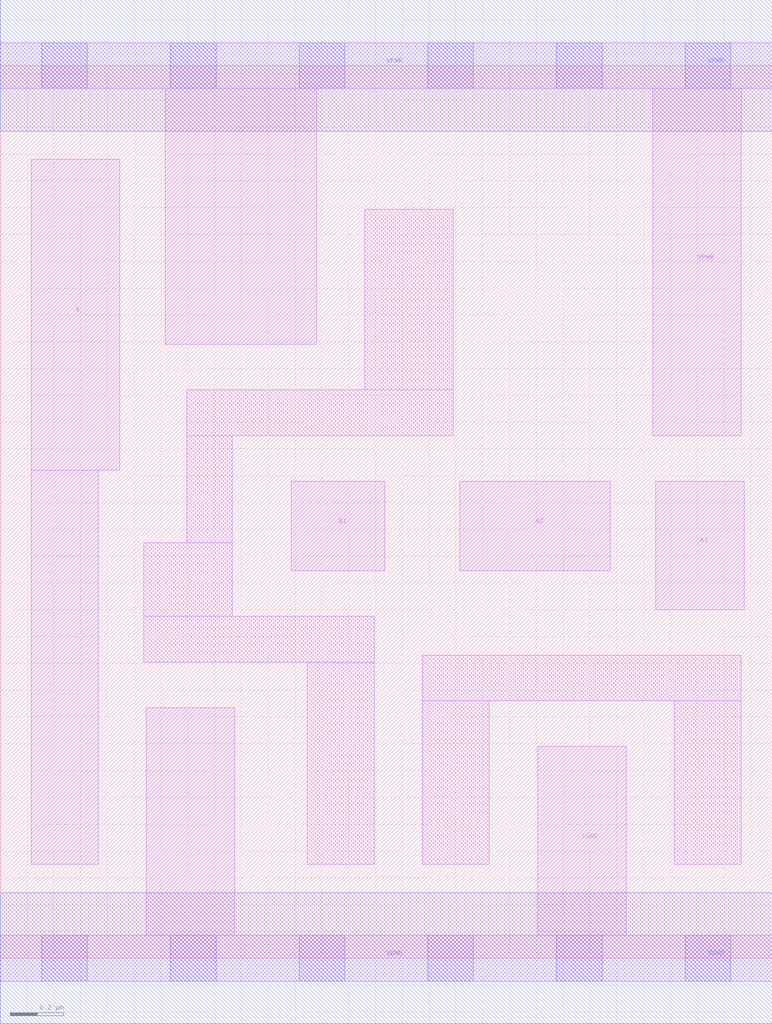
<source format=lef>
# Copyright 2020 The SkyWater PDK Authors
#
# Licensed under the Apache License, Version 2.0 (the "License");
# you may not use this file except in compliance with the License.
# You may obtain a copy of the License at
#
#     https://www.apache.org/licenses/LICENSE-2.0
#
# Unless required by applicable law or agreed to in writing, software
# distributed under the License is distributed on an "AS IS" BASIS,
# WITHOUT WARRANTIES OR CONDITIONS OF ANY KIND, either express or implied.
# See the License for the specific language governing permissions and
# limitations under the License.
#
# SPDX-License-Identifier: Apache-2.0

VERSION 5.7 ;
  NAMESCASESENSITIVE ON ;
  NOWIREEXTENSIONATPIN ON ;
  DIVIDERCHAR "/" ;
  BUSBITCHARS "[]" ;
UNITS
  DATABASE MICRONS 200 ;
END UNITS
MACRO sky130_fd_sc_ms__o21a_1
  CLASS CORE ;
  SOURCE USER ;
  FOREIGN sky130_fd_sc_ms__o21a_1 ;
  ORIGIN  0.000000  0.000000 ;
  SIZE  2.880000 BY  3.330000 ;
  SYMMETRY X Y ;
  SITE unit ;
  PIN A1
    ANTENNAGATEAREA  0.276000 ;
    DIRECTION INPUT ;
    USE SIGNAL ;
    PORT
      LAYER li1 ;
        RECT 2.445000 1.300000 2.775000 1.780000 ;
    END
  END A1
  PIN A2
    ANTENNAGATEAREA  0.276000 ;
    DIRECTION INPUT ;
    USE SIGNAL ;
    PORT
      LAYER li1 ;
        RECT 1.715000 1.445000 2.275000 1.780000 ;
    END
  END A2
  PIN B1
    ANTENNAGATEAREA  0.247200 ;
    DIRECTION INPUT ;
    USE SIGNAL ;
    PORT
      LAYER li1 ;
        RECT 1.085000 1.445000 1.435000 1.780000 ;
    END
  END B1
  PIN X
    ANTENNADIFFAREA  0.524500 ;
    DIRECTION OUTPUT ;
    USE SIGNAL ;
    PORT
      LAYER li1 ;
        RECT 0.115000 0.350000 0.365000 1.820000 ;
        RECT 0.115000 1.820000 0.445000 2.980000 ;
    END
  END X
  PIN VGND
    DIRECTION INOUT ;
    USE GROUND ;
    PORT
      LAYER li1 ;
        RECT 0.000000 -0.085000 2.880000 0.085000 ;
        RECT 0.545000  0.085000 0.875000 0.935000 ;
        RECT 2.005000  0.085000 2.335000 0.790000 ;
      LAYER mcon ;
        RECT 0.155000 -0.085000 0.325000 0.085000 ;
        RECT 0.635000 -0.085000 0.805000 0.085000 ;
        RECT 1.115000 -0.085000 1.285000 0.085000 ;
        RECT 1.595000 -0.085000 1.765000 0.085000 ;
        RECT 2.075000 -0.085000 2.245000 0.085000 ;
        RECT 2.555000 -0.085000 2.725000 0.085000 ;
      LAYER met1 ;
        RECT 0.000000 -0.245000 2.880000 0.245000 ;
    END
  END VGND
  PIN VPWR
    DIRECTION INOUT ;
    USE POWER ;
    PORT
      LAYER li1 ;
        RECT 0.000000 3.245000 2.880000 3.415000 ;
        RECT 0.615000 2.290000 1.180000 3.245000 ;
        RECT 2.435000 1.950000 2.765000 3.245000 ;
      LAYER mcon ;
        RECT 0.155000 3.245000 0.325000 3.415000 ;
        RECT 0.635000 3.245000 0.805000 3.415000 ;
        RECT 1.115000 3.245000 1.285000 3.415000 ;
        RECT 1.595000 3.245000 1.765000 3.415000 ;
        RECT 2.075000 3.245000 2.245000 3.415000 ;
        RECT 2.555000 3.245000 2.725000 3.415000 ;
      LAYER met1 ;
        RECT 0.000000 3.085000 2.880000 3.575000 ;
    END
  END VPWR
  OBS
    LAYER li1 ;
      RECT 0.535000 1.105000 1.395000 1.275000 ;
      RECT 0.535000 1.275000 0.865000 1.550000 ;
      RECT 0.695000 1.550000 0.865000 1.950000 ;
      RECT 0.695000 1.950000 1.690000 2.120000 ;
      RECT 1.145000 0.350000 1.395000 1.105000 ;
      RECT 1.360000 2.120000 1.690000 2.795000 ;
      RECT 1.575000 0.350000 1.825000 0.960000 ;
      RECT 1.575000 0.960000 2.765000 1.130000 ;
      RECT 2.515000 0.350000 2.765000 0.960000 ;
  END
END sky130_fd_sc_ms__o21a_1

</source>
